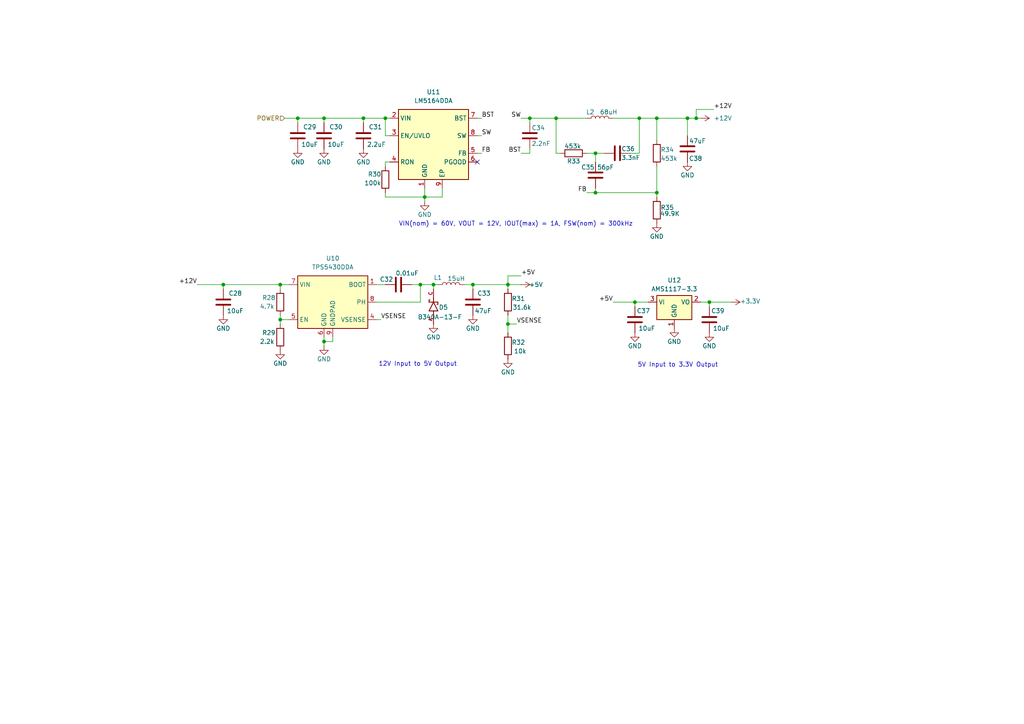
<source format=kicad_sch>
(kicad_sch (version 20231120) (generator "eeschema") (generator_version "8.0")
  (paper "A4")
  (lib_symbols
    (symbol "B340A-13-F:B340A-13-F" (pin_names (offset 1.016))
      (property "Reference" "D" (at -5.08 2.54 0))
      (property "Value" "B340A-13-F" (at -5.08 -3.81 0))
      (symbol "B340A-13-F_0_0"
        (polyline (pts (xy -2.54 0) (xy -1.27 0)) (stroke (width 0.254)))
        (polyline (pts (xy -1.27 -1.27) (xy 1.27 0)) (stroke (width 0.254)))
        (polyline (pts (xy -1.27 0) (xy -1.27 -1.27)) (stroke (width 0.254)))
        (polyline (pts (xy -1.27 1.27) (xy -1.27 0)) (stroke (width 0.254)))
        (polyline (pts (xy 0.635 -1.016) (xy 0.635 -1.27)) (stroke (width 0.254)))
        (polyline (pts (xy 1.27 -1.27) (xy 0.635 -1.27)) (stroke (width 0.254)))
        (polyline (pts (xy 1.27 0) (xy -1.27 1.27)) (stroke (width 0.254)))
        (polyline (pts (xy 1.27 0) (xy 1.27 -1.27)) (stroke (width 0.254)))
        (polyline (pts (xy 1.27 1.27) (xy 1.27 0)) (stroke (width 0.254)))
        (polyline (pts (xy 1.905 1.27) (xy 1.27 1.27)) (stroke (width 0.254)))
        (polyline (pts (xy 1.905 1.27) (xy 1.905 1.016)) (stroke (width 0.254)))
        (polyline (pts (xy 2.54 0) (xy 1.27 0)) (stroke (width 0.254)))
        (pin passive line (at -5.08 0 0) (length 2.54) (name "~") (number "A"))
        (pin passive line (at 5.08 0 180) (length 2.54) (name "~") (number "C"))
      )
    )
    (symbol "Device:C" (pin_numbers hide) (pin_names (offset 0.254))
      (property "Reference" "C" (at 0.635 2.54 0))
      (property "Value" "C" (at 0.635 -2.54 0))
      (symbol "C_0_1"
        (polyline (pts (xy -2.032 -0.762) (xy 2.032 -0.762)) (stroke (width 0.508)))
        (polyline (pts (xy -2.032 0.762) (xy 2.032 0.762)) (stroke (width 0.508)))
      )
      (symbol "C_1_1"
        (pin passive line (at 0 3.81 270) (length 2.794) (name "~") (number "1"))
        (pin passive line (at 0 -3.81 90) (length 2.794) (name "~") (number "2"))
      )
    )
    (symbol "Device:L" (pin_numbers hide) (pin_names (offset 1.016) hide)
      (property "Reference" "L" (at -1.27 0 90))
      (property "Value" "L" (at 1.905 0 90))
      (symbol "L_0_1"
        (arc (start 0 -2.54) (mid 0.6323 -1.905) (end 0 -1.27))
        (arc (start 0 -1.27) (mid 0.6323 -0.635) (end 0 0))
        (arc (start 0 0) (mid 0.6323 0.635) (end 0 1.27))
        (arc (start 0 1.27) (mid 0.6323 1.905) (end 0 2.54))
      )
      (symbol "L_1_1"
        (pin passive line (at 0 3.81 270) (length 1.27) (name "1") (number "1"))
        (pin passive line (at 0 -3.81 90) (length 1.27) (name "2") (number "2"))
      )
    )
    (symbol "Device:R" (pin_numbers hide) (pin_names (offset 0))
      (property "Reference" "R" (at 2.032 0 90))
      (property "Value" "R" (at 0 0 90))
      (symbol "R_0_1"
        (rectangle (start -1.016 -2.54) (end 1.016 2.54) (stroke (width 0.254)))
      )
      (symbol "R_1_1"
        (pin passive line (at 0 3.81 270) (length 1.27) (name "~") (number "1"))
        (pin passive line (at 0 -3.81 90) (length 1.27) (name "~") (number "2"))
      )
    )
    (symbol "Regulator_Linear:AMS1117-3.3"
      (property "Reference" "U" (at -3.81 3.175 0))
      (property "Value" "AMS1117-3.3" (at 0 3.175 0))
      (symbol "AMS1117-3.3_0_1"
        (rectangle (start -5.08 -5.08) (end 5.08 1.905) (stroke (width 0.254)) (fill (type background)))
      )
      (symbol "AMS1117-3.3_1_1"
        (pin power_in line (at 0 -7.62 90) (length 2.54) (name "GND") (number "1"))
        (pin power_out line (at 7.62 0 180) (length 2.54) (name "VO") (number "2"))
        (pin power_in line (at -7.62 0 0) (length 2.54) (name "VI") (number "3"))
      )
    )
    (symbol "Regulator_Switching:LM5164DDA"
      (property "Reference" "U" (at -8.89 11.43 0))
      (property "Value" "LM5164DDA" (at 5.08 11.43 0))
      (symbol "LM5164DDA_1_1"
        (rectangle (start -10.16 10.16) (end 10.16 -10.16) (stroke (width 0.254)) (fill (type background)))
        (pin power_in line (at -2.54 -12.7 90) (length 2.54) (name "GND") (number "1"))
        (pin power_in line (at -12.7 7.62 0) (length 2.54) (name "VIN") (number "2"))
        (pin input line (at -12.7 2.54 0) (length 2.54) (name "EN/UVLO") (number "3"))
        (pin passive line (at -12.7 -5.08 0) (length 2.54) (name "RON") (number "4"))
        (pin input line (at 12.7 -2.54 180) (length 2.54) (name "FB") (number "5"))
        (pin open_collector line (at 12.7 -5.08 180) (length 2.54) (name "PGOOD") (number "6"))
        (pin passive line (at 12.7 7.62 180) (length 2.54) (name "BST") (number "7"))
        (pin power_out line (at 12.7 2.54 180) (length 2.54) (name "SW") (number "8"))
        (pin passive line (at 2.54 -12.7 90) (length 2.54) (name "EP") (number "9"))
      )
    )
    (symbol "Regulator_Switching:TPS5430DDA"
      (property "Reference" "U" (at -10.16 8.89 0))
      (property "Value" "TPS5430DDA" (at -1.27 8.89 0))
      (symbol "TPS5430DDA_0_1"
        (rectangle (start -10.16 7.62) (end 10.16 -7.62) (stroke (width 0.254)) (fill (type background)))
      )
      (symbol "TPS5430DDA_1_1"
        (pin input line (at 12.7 5.08 180) (length 2.54) (name "BOOT") (number "1"))
        (pin no_connect line (at -10.16 2.54 0) (length 2.54) hide (name "NC") (number "2"))
        (pin no_connect line (at -10.16 -2.54 0) (length 2.54) hide (name "NC") (number "3"))
        (pin input line (at 12.7 -5.08 180) (length 2.54) (name "VSENSE") (number "4"))
        (pin input line (at -12.7 -5.08 0) (length 2.54) (name "EN") (number "5"))
        (pin power_in line (at -2.54 -10.16 90) (length 2.54) (name "GND") (number "6"))
        (pin power_in line (at -12.7 5.08 0) (length 2.54) (name "VIN") (number "7"))
        (pin output line (at 12.7 0 180) (length 2.54) (name "PH") (number "8"))
        (pin power_in line (at 0 -10.16 90) (length 2.54) (name "GNDPAD") (number "9"))
      )
    )
    (symbol "power:+12V" (power) (pin_numbers hide) (pin_names (offset 0) hide)
      (property "Value" "+12V" (at 0 3.556 0))
      (symbol "+12V_0_1"
        (polyline (pts (xy -0.762 1.27) (xy 0 2.54)))
        (polyline (pts (xy 0 0) (xy 0 2.54)))
        (polyline (pts (xy 0 2.54) (xy 0.762 1.27)))
      )
      (symbol "+12V_1_1"
        (pin power_in line (at 0 0 90) (length 0) (name "~") (number "1"))
      )
    )
    (symbol "power:+3.3V" (power) (pin_numbers hide) (pin_names (offset 0) hide)
      (property "Value" "+3.3V" (at 0 3.556 0))
      (symbol "+3.3V_0_1"
        (polyline (pts (xy -0.762 1.27) (xy 0 2.54)))
        (polyline (pts (xy 0 0) (xy 0 2.54)))
        (polyline (pts (xy 0 2.54) (xy 0.762 1.27)))
      )
      (symbol "+3.3V_1_1"
        (pin power_in line (at 0 0 90) (length 0) (name "~") (number "1"))
      )
    )
    (symbol "power:+5V" (power) (pin_numbers hide) (pin_names (offset 0) hide)
      (property "Value" "+5V" (at 0 3.556 0))
      (symbol "+5V_0_1"
        (polyline (pts (xy -0.762 1.27) (xy 0 2.54)))
        (polyline (pts (xy 0 0) (xy 0 2.54)))
        (polyline (pts (xy 0 2.54) (xy 0.762 1.27)))
      )
      (symbol "+5V_1_1"
        (pin power_in line (at 0 0 90) (length 0) (name "~") (number "1"))
      )
    )
    (symbol "power:GND" (power) (pin_numbers hide) (pin_names (offset 0) hide)
      (property "Value" "GND" (at 0 -3.81 0))
      (symbol "GND_0_1"
        (polyline (pts (xy 0 0) (xy 0 -1.27) (xy 1.27 -1.27) (xy 0 -2.54) (xy -1.27 -1.27) (xy 0 -1.27)))
      )
      (symbol "GND_1_1"
        (pin power_in line (at 0 0 270) (length 0) (name "~") (number "1"))
      )
    )
  )
  (junction (at 81.28 92.71))
  (junction (at 64.77 82.55))
  (junction (at 172.72 44.45))
  (junction (at 137.16 82.55))
  (junction (at 184.15 87.63))
  (junction (at 190.5 34.29))
  (junction (at 93.98 34.29))
  (junction (at 201.93 34.29))
  (junction (at 121.92 82.55))
  (junction (at 86.36 34.29))
  (junction (at 111.76 34.29))
  (junction (at 199.39 34.29))
  (junction (at 93.98 99.06))
  (junction (at 153.67 34.29))
  (junction (at 185.42 34.29))
  (junction (at 205.74 87.63))
  (junction (at 172.72 55.88))
  (junction (at 81.28 82.55))
  (junction (at 125.73 82.55))
  (junction (at 190.5 55.88))
  (junction (at 105.41 34.29))
  (junction (at 147.32 82.55))
  (junction (at 161.29 34.29))
  (junction (at 147.32 93.98))
  (junction (at 123.19 57.15))
  (no_connect (at 138.43 46.99))
  (wire (pts (xy 170.18 55.88) (xy 172.72 55.88)))
  (wire (pts (xy 151.13 80.01) (xy 147.32 80.01)))
  (wire (pts (xy 105.41 34.29) (xy 111.76 34.29)))
  (wire (pts (xy 190.5 55.88) (xy 172.72 55.88)))
  (wire (pts (xy 137.16 83.82) (xy 137.16 82.55)))
  (wire (pts (xy 190.5 34.29) (xy 199.39 34.29)))
  (wire (pts (xy 111.76 34.29) (xy 113.03 34.29)))
  (wire (pts (xy 147.32 82.55) (xy 137.16 82.55)))
  (wire (pts (xy 86.36 34.29) (xy 93.98 34.29)))
  (wire (pts (xy 147.32 80.01) (xy 147.32 82.55)))
  (wire (pts (xy 162.56 44.45) (xy 161.29 44.45)))
  (wire (pts (xy 149.86 93.98) (xy 147.32 93.98)))
  (wire (pts (xy 121.92 82.55) (xy 119.38 82.55)))
  (wire (pts (xy 184.15 87.63) (xy 184.15 88.9)))
  (wire (pts (xy 64.77 82.55) (xy 64.77 83.82)))
  (wire (pts (xy 109.22 92.71) (xy 110.49 92.71)))
  (wire (pts (xy 83.82 92.71) (xy 81.28 92.71)))
  (wire (pts (xy 137.16 82.55) (xy 134.62 82.55)))
  (wire (pts (xy 172.72 55.88) (xy 172.72 54.61)))
  (wire (pts (xy 199.39 39.37) (xy 199.39 34.29)))
  (wire (pts (xy 138.43 44.45) (xy 139.7 44.45)))
  (wire (pts (xy 125.73 83.82) (xy 125.73 82.55)))
  (wire (pts (xy 153.67 44.45) (xy 153.67 43.18)))
  (wire (pts (xy 172.72 44.45) (xy 175.26 44.45)))
  (wire (pts (xy 82.55 34.29) (xy 86.36 34.29)))
  (wire (pts (xy 147.32 83.82) (xy 147.32 82.55)))
  (wire (pts (xy 113.03 39.37) (xy 111.76 39.37)))
  (wire (pts (xy 205.74 87.63) (xy 203.2 87.63)))
  (wire (pts (xy 109.22 87.63) (xy 121.92 87.63)))
  (wire (pts (xy 96.52 97.79) (xy 96.52 99.06)))
  (wire (pts (xy 105.41 34.29) (xy 105.41 35.56)))
  (wire (pts (xy 177.8 87.63) (xy 184.15 87.63)))
  (wire (pts (xy 185.42 34.29) (xy 177.8 34.29)))
  (wire (pts (xy 86.36 34.29) (xy 86.36 35.56)))
  (wire (pts (xy 57.15 82.55) (xy 64.77 82.55)))
  (wire (pts (xy 207.01 31.75) (xy 201.93 31.75)))
  (wire (pts (xy 123.19 57.15) (xy 123.19 54.61)))
  (wire (pts (xy 201.93 31.75) (xy 201.93 34.29)))
  (wire (pts (xy 205.74 88.9) (xy 205.74 87.63)))
  (wire (pts (xy 111.76 48.26) (xy 111.76 46.99)))
  (wire (pts (xy 184.15 87.63) (xy 187.96 87.63)))
  (wire (pts (xy 81.28 92.71) (xy 81.28 93.98)))
  (wire (pts (xy 147.32 93.98) (xy 147.32 96.52)))
  (wire (pts (xy 128.27 54.61) (xy 128.27 57.15)))
  (wire (pts (xy 138.43 34.29) (xy 139.7 34.29)))
  (wire (pts (xy 190.5 40.64) (xy 190.5 34.29)))
  (wire (pts (xy 111.76 57.15) (xy 123.19 57.15)))
  (wire (pts (xy 138.43 39.37) (xy 139.7 39.37)))
  (wire (pts (xy 190.5 48.26) (xy 190.5 55.88)))
  (wire (pts (xy 128.27 57.15) (xy 123.19 57.15)))
  (wire (pts (xy 123.19 58.42) (xy 123.19 57.15)))
  (wire (pts (xy 151.13 44.45) (xy 153.67 44.45)))
  (wire (pts (xy 111.76 46.99) (xy 113.03 46.99)))
  (wire (pts (xy 190.5 57.15) (xy 190.5 55.88)))
  (wire (pts (xy 205.74 87.63) (xy 212.09 87.63)))
  (wire (pts (xy 111.76 34.29) (xy 111.76 39.37)))
  (wire (pts (xy 199.39 34.29) (xy 201.93 34.29)))
  (wire (pts (xy 147.32 82.55) (xy 151.13 82.55)))
  (wire (pts (xy 64.77 82.55) (xy 81.28 82.55)))
  (wire (pts (xy 96.52 99.06) (xy 93.98 99.06)))
  (wire (pts (xy 172.72 46.99) (xy 172.72 44.45)))
  (wire (pts (xy 151.13 34.29) (xy 153.67 34.29)))
  (wire (pts (xy 185.42 34.29) (xy 190.5 34.29)))
  (wire (pts (xy 147.32 93.98) (xy 147.32 91.44)))
  (wire (pts (xy 185.42 44.45) (xy 185.42 34.29)))
  (wire (pts (xy 109.22 82.55) (xy 111.76 82.55)))
  (wire (pts (xy 81.28 82.55) (xy 83.82 82.55)))
  (wire (pts (xy 182.88 44.45) (xy 185.42 44.45)))
  (wire (pts (xy 121.92 87.63) (xy 121.92 82.55)))
  (wire (pts (xy 201.93 34.29) (xy 203.2 34.29)))
  (wire (pts (xy 93.98 34.29) (xy 105.41 34.29)))
  (wire (pts (xy 153.67 34.29) (xy 153.67 35.56)))
  (wire (pts (xy 121.92 82.55) (xy 125.73 82.55)))
  (wire (pts (xy 81.28 91.44) (xy 81.28 92.71)))
  (wire (pts (xy 125.73 82.55) (xy 127 82.55)))
  (wire (pts (xy 161.29 34.29) (xy 170.18 34.29)))
  (wire (pts (xy 81.28 82.55) (xy 81.28 83.82)))
  (wire (pts (xy 161.29 44.45) (xy 161.29 34.29)))
  (wire (pts (xy 93.98 34.29) (xy 93.98 35.56)))
  (wire (pts (xy 111.76 55.88) (xy 111.76 57.15)))
  (wire (pts (xy 93.98 99.06) (xy 93.98 100.33)))
  (wire (pts (xy 153.67 34.29) (xy 161.29 34.29)))
  (wire (pts (xy 93.98 99.06) (xy 93.98 97.79)))
  (wire (pts (xy 172.72 44.45) (xy 170.18 44.45)))
  (text "VIN(nom) = 60V, VOUT = 12V, IOUT(max) = 1A, FSW(nom) = 300kHz" (at 149.606 65.024 0) (effects (font (size 1.27 1.27))))
  (text "5V Input to 3.3V Output" (at 196.596 105.918 0) (effects (font (size 1.27 1.27))))
  (text "12V Input to 5V Output" (at 121.158 105.664 0) (effects (font (size 1.27 1.27))))
  (label "VSENSE" (at 149.86 93.98 0))
  (label "BST" (at 139.7 34.29 0))
  (label "+5V" (at 177.8 87.63 180))
  (label "FB" (at 139.7 44.45 0))
  (label "VSENSE" (at 110.49 92.71 0))
  (label "+12V" (at 57.15 82.55 180))
  (label "SW" (at 151.13 34.29 180))
  (label "+12V" (at 207.01 31.75 0))
  (label "SW" (at 139.7 39.37 0))
  (label "+5V" (at 151.13 80.01 0))
  (label "BST" (at 151.13 44.45 180))
  (label "FB" (at 170.18 55.88 180))
  (hierarchical_label "POWER" (shape input) (at 82.55 34.29 180))
  (symbol (lib_id "Device:C") (at 93.98 39.37 0) (unit 1)
    (property "Reference" "C30" (at 95.504 36.83 0) (effects (justify left)))
    (property "Value" "10uF" (at 94.996 41.91 0) (effects (justify left)))
    (property "Footprint" "Capacitor_SMD:C_0805_2012Metric" (effects (hide yes)))
    (property "Description" "Unpolarized capacitor" (effects (hide yes)))
  )
  (symbol (lib_id "Device:C") (at 184.15 92.71 0) (unit 1)
    (property "Reference" "C37" (at 184.658 90.17 0) (effects (justify left)))
    (property "Value" "10uF" (at 185.166 95.25 0) (effects (justify left)))
    (property "Footprint" "Capacitor_SMD:C_0805_2012Metric" (effects (hide yes)))
    (property "Description" "Unpolarized capacitor" (effects (hide yes)))
  )
  (symbol (lib_id "power:GND") (at 125.73 93.98 0) (unit 1)
    (property "Reference" "#PWR66" (effects (hide yes)))
    (property "Value" "GND" (at 125.73 97.79 0))
    (property "Description" "Power symbol creates a global label with name \"GND\" , ground" (effects (hide yes)))
  )
  (symbol (lib_id "Regulator_Switching:LM5164DDA") (at 125.73 41.91 0) (unit 1)
    (property "Reference" "U11" (at 125.73 26.67 0))
    (property "Value" "LM5164DDA" (at 125.73 29.21 0))
    (property "Footprint" "Package_SO:HSOP-8-1EP_3.9x4.9mm_P1.27mm_EP2.41x3.1mm_ThermalVias" (effects (hide yes)))
    (property "Datasheet" "https://www.ti.com/lit/ds/symlink/lm5164.pdf?ts=1598311864250&ref_url=https%253A%252F%252Fwww.ti.com%252Fproduct%252FLM5164%253FHQS%253DTI-null-null-octopart-df-pf-null-wwe" (effects (hide yes)))
    (property "Description" "1A synchronous buck converter with ultra-low IQ, 6V - 100V input, adjustable output voltage, HSOP-8" (effects (hide yes)))
    (property "Sim.Library" "/home/can/MyDrive/engineering/KiCAD/models/LM5164-Q1_PSPICE_TRANS/LM5164-Q1_TRANS.OPJ" (effects (hide yes)))
  )
  (symbol (lib_id "Device:C") (at 64.77 87.63 0) (unit 1)
    (property "Reference" "C28" (at 66.294 85.09 0) (effects (justify left)))
    (property "Value" "10uF" (at 65.786 90.17 0) (effects (justify left)))
    (property "Footprint" "Capacitor_SMD:C_0805_2012Metric" (effects (hide yes)))
    (property "Description" "Unpolarized capacitor" (effects (hide yes)))
  )
  (symbol (lib_id "power:GND") (at 93.98 43.18 0) (unit 1)
    (property "Reference" "#PWR62" (effects (hide yes)))
    (property "Value" "GND" (at 93.98 46.99 0))
    (property "Description" "Power symbol creates a global label with name \"GND\" , ground" (effects (hide yes)))
  )
  (symbol (lib_id "Device:R") (at 147.32 87.63 0) (unit 1)
    (property "Reference" "R31" (at 150.368 86.614 0))
    (property "Value" "31.6k" (at 151.384 89.154 0))
    (property "Footprint" "Resistor_SMD:R_0603_1608Metric" (effects (hide yes)))
    (property "Description" "Resistor" (effects (hide yes)))
  )
  (symbol (lib_id "Device:C") (at 172.72 50.8 180) (unit 1)
    (property "Reference" "C35" (at 172.466 48.514 0) (effects (justify left)))
    (property "Value" "56pF" (at 178.054 48.514 0) (effects (justify left)))
    (property "Footprint" "Capacitor_SMD:C_0402_1005Metric" (effects (hide yes)))
    (property "Description" "Unpolarized capacitor" (effects (hide yes)))
  )
  (symbol (lib_id "Device:R") (at 190.5 60.96 0) (unit 1)
    (property "Reference" "R35" (at 193.548 60.198 0))
    (property "Value" "49.9K" (at 194.31 61.976 0))
    (property "Footprint" "Resistor_SMD:R_0603_1608Metric" (effects (hide yes)))
    (property "Description" "Resistor" (effects (hide yes)))
  )
  (symbol (lib_id "power:+3.3V") (at 212.09 87.63 270) (unit 1)
    (property "Reference" "#PWR76" (effects (hide yes)))
    (property "Value" "+3.3V" (at 214.63 87.376 90) (effects (justify left)))
    (property "Description" "Power symbol creates a global label with name \"+3.3V\"" (effects (hide yes)))
  )
  (symbol (lib_id "Device:C") (at 199.39 43.18 180) (unit 1)
    (property "Reference" "C38" (at 203.708 45.974 0) (effects (justify left)))
    (property "Value" "47uF" (at 204.724 40.894 0) (effects (justify left)))
    (property "Footprint" "Capacitor_SMD:C_Elec_6.3x5.4" (effects (hide yes)))
    (property "Description" "Unpolarized capacitor" (effects (hide yes)))
  )
  (symbol (lib_id "power:+5V") (at 151.13 82.55 270) (unit 1)
    (property "Reference" "#PWR69" (effects (hide yes)))
    (property "Value" "+5V" (at 153.416 82.55 90) (effects (justify left)))
    (property "Description" "Power symbol creates a global label with name \"+5V\"" (effects (hide yes)))
  )
  (symbol (lib_id "power:GND") (at 137.16 91.44 0) (unit 1)
    (property "Reference" "#PWR67" (effects (hide yes)))
    (property "Value" "GND" (at 137.16 95.25 0))
    (property "Description" "Power symbol creates a global label with name \"GND\" , ground" (effects (hide yes)))
  )
  (symbol (lib_id "power:GND") (at 195.58 95.25 0) (unit 1)
    (property "Reference" "#PWR72" (effects (hide yes)))
    (property "Value" "GND" (at 195.58 99.06 0))
    (property "Description" "Power symbol creates a global label with name \"GND\" , ground" (effects (hide yes)))
  )
  (symbol (lib_id "power:+12V") (at 203.2 34.29 270) (unit 1)
    (property "Reference" "#PWR74" (effects (hide yes)))
    (property "Value" "+12V" (at 207.01 34.2899 90) (effects (justify left)))
    (property "Description" "Power symbol creates a global label with name \"+12V\"" (effects (hide yes)))
  )
  (symbol (lib_id "Device:R") (at 81.28 97.79 0) (unit 1)
    (property "Reference" "R29" (at 77.978 96.52 0))
    (property "Value" "2.2k" (at 77.47 99.06 0))
    (property "Footprint" "Resistor_SMD:R_0603_1608Metric" (effects (hide yes)))
    (property "Description" "Resistor" (effects (hide yes)))
  )
  (symbol (lib_id "Device:R") (at 190.5 44.45 0) (unit 1)
    (property "Reference" "R34" (at 193.548 43.434 0))
    (property "Value" "453k" (at 194.056 45.974 0))
    (property "Footprint" "Resistor_SMD:R_0603_1608Metric" (effects (hide yes)))
    (property "Description" "Resistor" (effects (hide yes)))
  )
  (symbol (lib_id "B340A-13-F:B340A-13-F") (at 125.73 88.9 90) (unit 1)
    (property "Reference" "D5" (at 127.254 89.154 90) (effects (justify right)))
    (property "Value" "B340A-13-F" (at 121.158 91.948 90) (effects (justify right)))
    (property "Footprint" "B340A-13-F:DIOM5226X240N" (effects (hide yes)))
    (property "MF" "Diodes Inc." (effects (hide yes)))
    (property "Description_1" "\n                        \n                            Schottky Diode 3A 40V 0.5Vf SMA | Diodes Inc B340A-13-F\n                        \n" (effects (hide yes)))
    (property "Package" "DO-214 Diodes Inc." (effects (hide yes)))
    (property "Price" "None" (effects (hide yes)))
    (property "Check_prices" "https://www.snapeda.com/parts/B340A-13-F/Diodes+Inc./view-part/?ref=eda" (effects (hide yes)))
    (property "STANDARD" "IPC 7351B" (effects (hide yes)))
    (property "PARTREV" "17-2" (effects (hide yes)))
    (property "SnapEDA_Link" "https://www.snapeda.com/parts/B340A-13-F/Diodes+Inc./view-part/?ref=snap" (effects (hide yes)))
    (property "MP" "B340A-13-F" (effects (hide yes)))
    (property "Availability" "In Stock" (effects (hide yes)))
    (property "MANUFACTURER" "DIODES INCORPORATED" (effects (hide yes)))
  )
  (symbol (lib_id "power:GND") (at 147.32 104.14 0) (unit 1)
    (property "Reference" "#PWR68" (effects (hide yes)))
    (property "Value" "GND" (at 147.32 107.95 0))
    (property "Description" "Power symbol creates a global label with name \"GND\" , ground" (effects (hide yes)))
  )
  (symbol (lib_id "Device:R") (at 111.76 52.07 0) (unit 1)
    (property "Reference" "R30" (at 106.68 50.546 0) (effects (justify left)))
    (property "Value" "100k" (at 105.664 53.086 0) (effects (justify left)))
    (property "Footprint" "Resistor_SMD:R_0603_1608Metric" (effects (hide yes)))
    (property "Description" "Resistor" (effects (hide yes)))
  )
  (symbol (lib_id "power:GND") (at 81.28 101.6 0) (unit 1)
    (property "Reference" "#PWR60" (effects (hide yes)))
    (property "Value" "GND" (at 81.28 105.41 0))
    (property "Description" "Power symbol creates a global label with name \"GND\" , ground" (effects (hide yes)))
  )
  (symbol (lib_id "Device:C") (at 179.07 44.45 90) (unit 1)
    (property "Reference" "C36" (at 184.15 43.18 90) (effects (justify left)))
    (property "Value" "3.3nF" (at 185.674 45.72 90) (effects (justify left)))
    (property "Footprint" "Capacitor_SMD:C_0402_1005Metric" (effects (hide yes)))
    (property "Description" "Unpolarized capacitor" (effects (hide yes)))
  )
  (symbol (lib_id "power:GND") (at 64.77 91.44 0) (unit 1)
    (property "Reference" "#PWR59" (effects (hide yes)))
    (property "Value" "GND" (at 64.77 95.25 0))
    (property "Description" "Power symbol creates a global label with name \"GND\" , ground" (effects (hide yes)))
  )
  (symbol (lib_id "Device:C") (at 86.36 39.37 0) (unit 1)
    (property "Reference" "C29" (at 87.884 36.83 0) (effects (justify left)))
    (property "Value" "10uF" (at 87.376 41.91 0) (effects (justify left)))
    (property "Footprint" "Capacitor_SMD:C_0805_2012Metric" (effects (hide yes)))
    (property "Description" "Unpolarized capacitor" (effects (hide yes)))
  )
  (symbol (lib_id "power:GND") (at 199.39 46.99 0) (unit 1)
    (property "Reference" "#PWR73" (effects (hide yes)))
    (property "Value" "GND" (at 199.39 50.8 0))
    (property "Description" "Power symbol creates a global label with name \"GND\" , ground" (effects (hide yes)))
  )
  (symbol (lib_id "power:GND") (at 123.19 58.42 0) (unit 1)
    (property "Reference" "#PWR65" (effects (hide yes)))
    (property "Value" "GND" (at 123.19 62.23 0))
    (property "Description" "Power symbol creates a global label with name \"GND\" , ground" (effects (hide yes)))
  )
  (symbol (lib_id "power:GND") (at 190.5 64.77 0) (unit 1)
    (property "Reference" "#PWR71" (effects (hide yes)))
    (property "Value" "GND" (at 190.5 68.58 0))
    (property "Description" "Power symbol creates a global label with name \"GND\" , ground" (effects (hide yes)))
  )
  (symbol (lib_id "Device:C") (at 137.16 87.63 0) (unit 1)
    (property "Reference" "C33" (at 138.43 85.09 0) (effects (justify left)))
    (property "Value" "47uF" (at 137.668 90.17 0) (effects (justify left)))
    (property "Footprint" "Capacitor_SMD:C_Elec_6.3x5.4" (effects (hide yes)))
    (property "Description" "Unpolarized capacitor" (effects (hide yes)))
  )
  (symbol (lib_id "Device:C") (at 105.41 39.37 0) (unit 1)
    (property "Reference" "C31" (at 106.934 36.83 0) (effects (justify left)))
    (property "Value" "2.2uF" (at 106.426 41.91 0) (effects (justify left)))
    (property "Footprint" "Capacitor_SMD:C_0805_2012Metric" (effects (hide yes)))
    (property "Description" "Unpolarized capacitor" (effects (hide yes)))
  )
  (symbol (lib_id "Device:C") (at 153.67 39.37 0) (unit 1)
    (property "Reference" "C34" (at 154.178 37.084 0) (effects (justify left)))
    (property "Value" "2.2nF" (at 154.178 41.656 0) (effects (justify left)))
    (property "Footprint" "Capacitor_SMD:C_0402_1005Metric" (effects (hide yes)))
    (property "Description" "Unpolarized capacitor" (effects (hide yes)))
  )
  (symbol (lib_id "Device:C") (at 115.57 82.55 90) (unit 1)
    (property "Reference" "C32" (at 114.046 81.026 90) (effects (justify left)))
    (property "Value" "0.01uF" (at 121.412 79.248 90) (effects (justify left)))
    (property "Footprint" "Capacitor_SMD:C_0402_1005Metric" (effects (hide yes)))
    (property "Description" "Unpolarized capacitor" (effects (hide yes)))
  )
  (symbol (lib_id "power:GND") (at 93.98 100.33 0) (unit 1)
    (property "Reference" "#PWR63" (effects (hide yes)))
    (property "Value" "GND" (at 93.98 104.14 0))
    (property "Description" "Power symbol creates a global label with name \"GND\" , ground" (effects (hide yes)))
  )
  (symbol (lib_id "Device:R") (at 81.28 87.63 0) (unit 1)
    (property "Reference" "R28" (at 77.978 86.36 0))
    (property "Value" "4.7k" (at 77.47 88.9 0))
    (property "Footprint" "Resistor_SMD:R_0603_1608Metric" (effects (hide yes)))
    (property "Description" "Resistor" (effects (hide yes)))
  )
  (symbol (lib_id "power:GND") (at 205.74 96.52 0) (unit 1)
    (property "Reference" "#PWR75" (effects (hide yes)))
    (property "Value" "GND" (at 205.74 100.33 0))
    (property "Description" "Power symbol creates a global label with name \"GND\" , ground" (effects (hide yes)))
  )
  (symbol (lib_id "Regulator_Linear:AMS1117-3.3") (at 195.58 87.63 0) (unit 1)
    (property "Reference" "U12" (at 195.58 81.28 0))
    (property "Value" "AMS1117-3.3" (at 195.58 83.82 0))
    (property "Footprint" "Package_TO_SOT_SMD:SOT-223-3_TabPin2" (effects (hide yes)))
    (property "Datasheet" "http://www.advanced-monolithic.com/pdf/ds1117.pdf" (effects (hide yes)))
    (property "Description" "1A Low Dropout regulator, positive, 3.3V fixed output, SOT-223" (effects (hide yes)))
  )
  (symbol (lib_id "power:GND") (at 184.15 96.52 0) (unit 1)
    (property "Reference" "#PWR70" (effects (hide yes)))
    (property "Value" "GND" (at 184.15 100.33 0))
    (property "Description" "Power symbol creates a global label with name \"GND\" , ground" (effects (hide yes)))
  )
  (symbol (lib_id "Device:C") (at 205.74 92.71 0) (unit 1)
    (property "Reference" "C39" (at 206.248 90.17 0) (effects (justify left)))
    (property "Value" "10uF" (at 206.756 95.25 0) (effects (justify left)))
    (property "Footprint" "Capacitor_SMD:C_0805_2012Metric" (effects (hide yes)))
    (property "Description" "Unpolarized capacitor" (effects (hide yes)))
  )
  (symbol (lib_id "Device:R") (at 147.32 100.33 0) (unit 1)
    (property "Reference" "R32" (at 150.368 99.314 0))
    (property "Value" "10k" (at 150.876 101.854 0))
    (property "Footprint" "Resistor_SMD:R_0603_1608Metric" (effects (hide yes)))
    (property "Description" "Resistor" (effects (hide yes)))
  )
  (symbol (lib_id "Device:L") (at 173.99 34.29 90) (unit 1)
    (property "Reference" "L2" (at 171.196 32.512 90))
    (property "Value" "68uH" (at 176.53 32.512 90))
    (property "Footprint" "Inductor_SMD:L_0805_2012Metric" (effects (hide yes)))
    (property "Description" "Inductor" (effects (hide yes)))
  )
  (symbol (lib_id "power:GND") (at 105.41 43.18 0) (unit 1)
    (property "Reference" "#PWR64" (effects (hide yes)))
    (property "Value" "GND" (at 105.41 46.99 0))
    (property "Description" "Power symbol creates a global label with name \"GND\" , ground" (effects (hide yes)))
  )
  (symbol (lib_id "Regulator_Switching:TPS5430DDA") (at 96.52 87.63 0) (unit 1)
    (property "Reference" "U10" (at 96.52 74.93 0))
    (property "Value" "TPS5430DDA" (at 96.52 77.47 0))
    (property "Footprint" "Package_SO:TI_SO-PowerPAD-8_ThermalVias" (effects (hide yes)))
    (property "Datasheet" "http://www.ti.com/lit/ds/symlink/tps5430.pdf" (effects (hide yes)))
    (property "Description" "3A, Step Down Swift Converter, Adjustable Output Voltage, 5.5-36V Input Voltage, PowerSO-8" (effects (hide yes)))
  )
  (symbol (lib_id "Device:L") (at 130.81 82.55 90) (unit 1)
    (property "Reference" "L1" (at 127 80.518 90))
    (property "Value" "15uH" (at 132.334 80.772 90))
    (property "Footprint" "Inductor_SMD:L_0805_2012Metric" (effects (hide yes)))
    (property "Description" "Inductor" (effects (hide yes)))
  )
  (symbol (lib_id "Device:R") (at 166.37 44.45 90) (unit 1)
    (property "Reference" "R33" (at 166.37 46.736 90))
    (property "Value" "453k" (at 166.116 42.418 90))
    (property "Footprint" "Resistor_SMD:R_0603_1608Metric" (effects (hide yes)))
    (property "Description" "Resistor" (effects (hide yes)))
  )
  (symbol (lib_id "power:GND") (at 86.36 43.18 0) (unit 1)
    (property "Reference" "#PWR61" (effects (hide yes)))
    (property "Value" "GND" (at 86.36 46.99 0))
    (property "Description" "Power symbol creates a global label with name \"GND\" , ground" (effects (hide yes)))
  )
)
</source>
